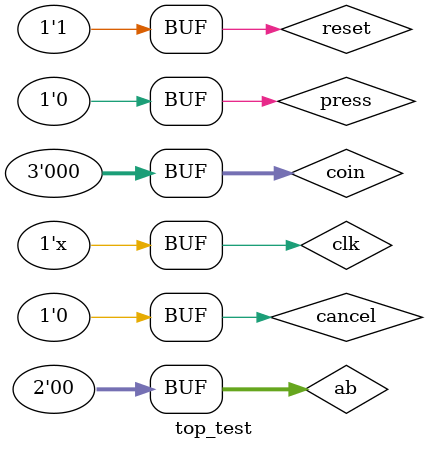
<source format=v>
`timescale 1ns / 1ps
module top_test( );
    reg reset ;           //ÇåÁã
    reg clk;              //ÏµÍ³Ê±ÖÓ
    reg cancel;          //È¡ÏûÐÅºÅ
    reg press;           //È·ÈÏ¹ºÂò
    reg [2:0]coin;       //Í¶±Ò
    reg [1:0]ab;         //·Ö±ð´ú±í2.5ºÍ5ÔªµÄÉÌÆ·
    wire run_ind ;        //ÔËÐÐÖ¸Ê¾µÆ
    wire hold_ind;        //Õ¼ÓÃÖ¸Ê¾µÆ
    wire drinktk_ind;     //È¡ÉÌÆ·Ö¸Ê¾µÆ
    wire charge_ind;      //ÕÒÁãÖ¸Ê¾µÆ
    wire [7:0] seg;       //Æß¶ÎÏÔÊ¾Êä³ö
    wire [7:0] an;        //Æ¬Ñ¡ÐÅºÅ
    wire overflow;        //Í¶±Ò»ò¹ºÂòÒç³öÐÅºÅ
    controller test_cont(  press,  reset,  clk,ab,cancel, coin,
     run_ind, hold_ind, drinktk_ind, charge_ind,overflow, seg, an
    );
always #5 clk = ~ clk;
initial begin
    reset = 0;
    clk = 0;
    cancel = 0;
    press = 0;
    coin = 2'b00;
    ab = 2'b00;
    #15 reset = 1;
    //Í¶±Ò
    #120 coin = 3'b001;
    #15 coin = 3'b010;
    #15 coin = 3'b100;
    #15 coin = 3'b000;
    //Ñ¡»õ
    ab = 2'b01;
    #15 ab = 2'b00;
    #15 ab = 2'b01;
    #15 ab = 2'b10;
    #15 ab = 2'b00;
    //¹ºÂò
    #20 press = 1;
    #15 press = 0;
end
endmodule

</source>
